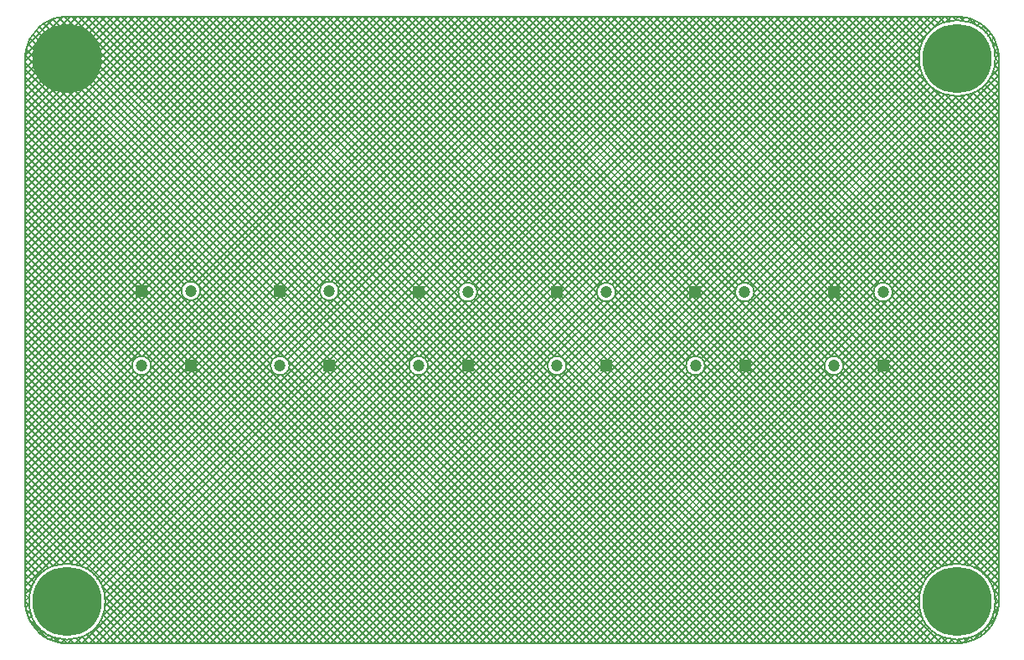
<source format=gbr>
%TF.GenerationSoftware,Altium Limited,Altium Designer,24.0.1 (36)*%
G04 Layer_Physical_Order=2*
G04 Layer_Color=12517376*
%FSLAX45Y45*%
%MOMM*%
%TF.SameCoordinates,FB142892-ABB5-4026-B094-0FDC62B1FA86*%
%TF.FilePolarity,Positive*%
%TF.FileFunction,Copper,L2,Bot,Signal*%
%TF.Part,Single*%
G01*
G75*
%TA.AperFunction,NonConductor*%
%ADD10C,0.20320*%
%TA.AperFunction,ComponentPad*%
%ADD11C,1.20000*%
%ADD12R,1.20000X1.20000*%
%ADD13C,7.00000*%
%ADD14C,1.01600*%
D10*
X9884944Y6000012D02*
G03*
X9884944Y6000012I-385560J0D01*
G01*
X8845860Y3632200D02*
G03*
X8845860Y3632200I-95560J0D01*
G01*
X8348399Y2887980D02*
G03*
X8348399Y2887980I-95560J0D01*
G01*
X6045764Y3632200D02*
G03*
X6045764Y3632200I-95560J0D01*
G01*
X4645716D02*
G03*
X4645716Y3632200I-95560J0D01*
G01*
X7445812D02*
G03*
X7445812Y3632200I-95560J0D01*
G01*
X6948060Y2887980D02*
G03*
X6948060Y2887980I-95560J0D01*
G01*
X5547720D02*
G03*
X5547720Y2887980I-95560J0D01*
G01*
X4147380D02*
G03*
X4147380Y2887980I-95560J0D01*
G01*
X9884944Y500001D02*
G03*
X9884944Y500001I-385560J0D01*
G01*
X3245668Y3644900D02*
G03*
X3245668Y3644900I-95560J0D01*
G01*
X2747040Y2887980D02*
G03*
X2747040Y2887980I-95560J0D01*
G01*
X1845620Y3644900D02*
G03*
X1845620Y3644900I-95560J0D01*
G01*
X1346700Y2887980D02*
G03*
X1346700Y2887980I-95560J0D01*
G01*
X884926Y500001D02*
G03*
X884926Y500001I-385560J0D01*
G01*
X7946528Y6421887D02*
X9921259Y4447155D01*
X7874686Y6421887D02*
X9921259Y4375313D01*
X7802843Y6421887D02*
X9921259Y4303471D01*
X7731001Y6421887D02*
X9921259Y4231629D01*
X7659159Y6421887D02*
X9921259Y4159787D01*
X7587317Y6421887D02*
X9921259Y4087945D01*
X8521265Y6421887D02*
X9921259Y5021892D01*
X8233896Y6421887D02*
X9921259Y4734524D01*
X8162054Y6421887D02*
X9921259Y4662682D01*
X8090212Y6421887D02*
X9921259Y4590840D01*
X8018370Y6421887D02*
X9921259Y4518998D01*
X7156264Y6421887D02*
X9921259Y3656892D01*
X7084422Y6421887D02*
X9921259Y3585050D01*
X7012580Y6421887D02*
X9921259Y3513208D01*
X6940738Y6421887D02*
X9921259Y3441366D01*
X6868896Y6421887D02*
X9921259Y3369524D01*
X6797054Y6421887D02*
X9921259Y3297681D01*
X7515475Y6421887D02*
X9921259Y4016103D01*
X7443633Y6421887D02*
X9921259Y3944261D01*
X7371791Y6421887D02*
X9921259Y3872418D01*
X7299949Y6421887D02*
X9921259Y3800576D01*
X7228106Y6421887D02*
X9921259Y3728734D01*
X6294159Y6421887D02*
X9921259Y2794787D01*
X6222317Y6421887D02*
X9921259Y2722945D01*
X6150475Y6421887D02*
X9921259Y2651102D01*
X5791264Y6421887D02*
X9921259Y2291892D01*
X5719422Y6421887D02*
X9921259Y2220050D01*
X5647580Y6421887D02*
X9921259Y2148208D01*
X6725212Y6421887D02*
X9921259Y3225839D01*
X6653369Y6421887D02*
X9921259Y3153997D01*
X6581527Y6421887D02*
X9921259Y3082155D01*
X6509685Y6421887D02*
X9921259Y3010313D01*
X6366001Y6421887D02*
X9921259Y2866629D01*
X5216527Y6421887D02*
X9921259Y1717155D01*
X5144685Y6421887D02*
X9921259Y1645313D01*
X5072843Y6421887D02*
X9921259Y1573471D01*
X5001001Y6421887D02*
X9921259Y1501628D01*
X4929159Y6421887D02*
X9921259Y1429786D01*
X5575738Y6421887D02*
X9921259Y2076365D01*
X5503896Y6421887D02*
X9921259Y2004523D01*
X5432053Y6421887D02*
X9921259Y1932681D01*
X5360211Y6421887D02*
X9921259Y1860839D01*
X5288369Y6421887D02*
X9921259Y1788997D01*
X9899727Y6135911D02*
X9914040Y6082491D01*
X9921259Y6027663D01*
X9878397Y6070764D02*
X9908986Y6101354D01*
X9884906Y6005431D02*
X9919616Y6040141D01*
X9921259Y6000012D02*
Y6027663D01*
X9878447Y6070494D02*
X9921256Y6027685D01*
X9850913Y6234895D02*
X9878564Y6187001D01*
X9899727Y6135911D01*
X9841589Y6177641D02*
X9868457Y6204508D01*
X9863266Y6127475D02*
X9891518Y6155728D01*
X9839872Y6180911D02*
X9905164Y6115619D01*
X9840766Y5820806D02*
X9921259Y5740314D01*
X9813416Y5776314D02*
X9921259Y5668472D01*
X9781105Y5736783D02*
X9921259Y5596629D01*
X9744033Y5702013D02*
X9921259Y5524787D01*
X9702137Y5672067D02*
X9921259Y5452945D01*
X9655077Y5647285D02*
X9921259Y5381103D01*
X9884866Y5992233D02*
X9921259Y5955840D01*
X9878015Y5927242D02*
X9921259Y5883998D01*
X9877884Y5926568D02*
X9921259Y5969942D01*
X9862639Y5870775D02*
X9921259Y5812156D01*
X9837041Y5813882D02*
X9921259Y5898100D01*
X8449423Y6421887D02*
X9921259Y4950050D01*
X8377580Y6421887D02*
X9921259Y4878208D01*
X8305738Y6421887D02*
X9921259Y4806366D01*
X8808660Y3707869D02*
X9921259Y4820468D01*
X8839392Y3666759D02*
X9921259Y4748626D01*
X8756507Y3727558D02*
X9921259Y4892310D01*
X9602127Y5628393D02*
X9921259Y5309261D01*
X9382350Y5632644D02*
X9921259Y5093735D01*
X9541877Y5616801D02*
X9921259Y5237419D01*
X9471364Y5615471D02*
X9921259Y5165577D01*
X8842230Y3658289D02*
X9921259Y2579260D01*
X8836893Y3591784D02*
X9921259Y2507418D01*
X6935333Y2840332D02*
X9921259Y5826258D01*
X8803809Y3553026D02*
X9921259Y2435576D01*
X8748333Y3536660D02*
X9921259Y2363734D01*
X8837429Y3592954D02*
X9921259Y4676784D01*
X8291630Y2975313D02*
X9921259Y4604942D01*
X6437843Y6421887D02*
X9921259Y2938471D01*
X8348398Y2888397D02*
X9921259Y4461258D01*
X8331049Y2942889D02*
X9921259Y4533100D01*
X9383370Y6421887D02*
X9426614Y6378643D01*
X9385844Y6368475D02*
X9439256Y6421887D01*
X9311528D02*
X9370147Y6363267D01*
X9527035Y6421887D02*
X9581863Y6414668D01*
X9473943Y6384732D02*
X9511098Y6421887D01*
X9455212D02*
X9491605Y6385493D01*
X9096002Y6421887D02*
X9236155Y6281733D01*
X9024159Y6421887D02*
X9201385Y6244661D01*
X8952317Y6421887D02*
X9171439Y6202765D01*
X9239686Y6421887D02*
X9320178Y6341394D01*
X9167844Y6421887D02*
X9275687Y6314044D01*
X8736791Y6421887D02*
X9116173Y6042505D01*
X8664949Y6421887D02*
X9114844Y5971992D01*
X6038800Y3668010D02*
X8792677Y6421887D01*
X8880475D02*
X9146657Y6155705D01*
X8808633Y6421887D02*
X9127765Y6102754D01*
X8593107Y6421887D02*
X9132016Y5882978D01*
X5954757Y3727652D02*
X8648992Y6421887D01*
X6006790D02*
X8709884Y3718793D01*
X5934948Y6421887D02*
X8671126Y3685709D01*
X6078632Y6421887D02*
X8776389Y3724130D01*
X6007572Y3708624D02*
X8720834Y6421887D01*
X4583762Y3721656D02*
X7283992Y6421887D01*
X4569948D02*
X7287535Y3704299D01*
X4498106Y6421887D02*
X7259101Y3660892D01*
X4641790Y6421887D02*
X7336860Y3726817D01*
X4645426Y3639637D02*
X7427676Y6421887D01*
X4625248Y3691301D02*
X7355834Y6421887D01*
X3276800D02*
X5973915Y3724772D01*
X3213506Y3716401D02*
X5918992Y6421887D01*
X3204958D02*
X5908611Y3718233D01*
X4508435Y3718171D02*
X7212150Y6421887D01*
X3241561Y3672614D02*
X5990834Y6421887D01*
X4713632D02*
X8182670Y2952849D01*
X4141713Y2920397D02*
X7643203Y6421887D01*
X4136102Y2842944D02*
X7715045Y6421887D01*
X5863106D02*
X8654760Y3630233D01*
X4785474Y6421887D02*
X8227297Y2980063D01*
X4426264Y6421887D02*
X7275576Y3572575D01*
X3420484Y6421887D02*
X6859056Y2983315D01*
X3348642Y6421887D02*
X6801644Y2968884D01*
X4111825Y2962351D02*
X7571361Y6421887D01*
X4060753Y2983122D02*
X7499518Y6421887D01*
X9656738Y6352001D02*
X9684645Y6379908D01*
X9686374Y6379192D02*
X9734268Y6351541D01*
X9635283Y6400354D02*
X9686374Y6379192D01*
X9734268Y6351541D02*
X9778141Y6317875D01*
X9745348Y6296926D02*
X9771439Y6323018D01*
X9703617Y6327037D02*
X9730370Y6353791D01*
X9581863Y6414668D02*
X9635283Y6400354D01*
X9544031Y6382978D02*
X9576436Y6415383D01*
X9527057Y6421884D02*
X9569866Y6379075D01*
X9614991Y6405792D02*
X9680283Y6340500D01*
X9604002Y6371107D02*
X9633680Y6400784D01*
X9778141Y6317875D02*
X9817246Y6278771D01*
X9782262Y6261998D02*
X9808140Y6287876D01*
X9763566Y6329059D02*
X9828432Y6264193D01*
X9817246Y6278771D02*
X9850913Y6234895D01*
X9814411Y6222305D02*
X9840531Y6248425D01*
X7445636Y3638003D02*
X9428632Y5620999D01*
X7444869Y3618808D02*
X8158787Y2904890D01*
X7426108Y3690317D02*
X9371921Y5636130D01*
X8223352Y2978877D02*
X8789546Y3545071D01*
X7311780Y3719674D02*
X9277091Y5684985D01*
X5529887Y2943570D02*
X9008203Y6421887D01*
X5490142Y2975667D02*
X8936361Y6421887D01*
X7385120Y3721172D02*
X9321755Y5657807D01*
X6913146Y2961829D02*
X9572828Y5621511D01*
X6862491Y2983016D02*
X9493965Y5614490D01*
X6038649Y3596017D02*
X8864519Y6421887D01*
X5420923Y2978290D02*
X5986387Y3543755D01*
X6042776Y3655911D02*
X6767344Y2931342D01*
X6942698Y2919539D02*
X9685514Y5662355D01*
X5547707Y2889548D02*
X9080045Y6421887D01*
X6036237Y3590607D02*
X6759108Y2867736D01*
X3245447Y3651397D02*
X3966275Y2930569D01*
X4644547Y3617297D02*
X5357936Y2903908D01*
X3230991Y3594011D02*
X3958767Y2866235D01*
X6041022Y78126D02*
X9921259Y3958363D01*
X6112865Y78126D02*
X9921259Y3886521D01*
X5969180Y78126D02*
X9921259Y4030205D01*
X6256549Y78126D02*
X9921259Y3742836D01*
X6328391Y78126D02*
X9921259Y3670994D01*
X6184707Y78126D02*
X9921259Y3814678D01*
X7422351Y3569483D02*
X9921259Y1070576D01*
Y500001D02*
Y6000012D01*
X5897338Y78126D02*
X9921259Y4102047D01*
X7378944Y3541049D02*
X9921259Y998734D01*
X7290627Y3557524D02*
X9921259Y926891D01*
X6831286Y78126D02*
X9921259Y3168099D01*
X6903128Y78126D02*
X9921259Y3096257D01*
X6759444Y78126D02*
X9921259Y3239941D01*
X7046812Y78126D02*
X9921259Y2952573D01*
X7118654Y78126D02*
X9921259Y2880731D01*
X6974970Y78126D02*
X9921259Y3024415D01*
X6472075Y78126D02*
X9921259Y3527310D01*
X6543917Y78126D02*
X9921259Y3455468D01*
X6400233Y78126D02*
X9921259Y3599152D01*
X6687602Y78126D02*
X9921259Y3311784D01*
X6615759Y78126D02*
X9921259Y3383626D01*
X4316812Y78126D02*
X9921259Y5682574D01*
X4388654Y78126D02*
X9921259Y5610731D01*
X4244969Y78126D02*
X9921259Y5754416D01*
X4532338Y78126D02*
X9921259Y5467047D01*
X4604180Y78126D02*
X9921259Y5395205D01*
X4460496Y78126D02*
X9921259Y5538889D01*
X4857316Y6421887D02*
X9921259Y1357944D01*
X4354422Y6421887D02*
X9921259Y855049D01*
X4282579Y6421887D02*
X9921259Y783207D01*
X4210737Y6421887D02*
X9921259Y711365D01*
X4138895Y6421887D02*
X9921259Y639523D01*
X5609970Y78126D02*
X9921259Y4389415D01*
X5681812Y78126D02*
X9921259Y4317573D01*
X5035233Y78126D02*
X9921259Y4964152D01*
X5825496Y78126D02*
X9921259Y4173889D01*
X5753654Y78126D02*
X9921259Y4245731D01*
X4747864Y78126D02*
X9921259Y5251521D01*
X4819706Y78126D02*
X9921259Y5179679D01*
X4676022Y78126D02*
X9921259Y5323363D01*
X4963391Y78126D02*
X9921259Y5035994D01*
X4891549Y78126D02*
X9921259Y5107837D01*
X9722716Y814293D02*
X9921259Y1012836D01*
X9762290Y782024D02*
X9921259Y940994D01*
X9317143Y839773D02*
X9921259Y1443888D01*
X9827090Y703140D02*
X9921259Y797309D01*
X9851919Y656128D02*
X9921259Y725467D01*
X9797101Y744993D02*
X9921259Y869151D01*
X9506549Y885495D02*
X9921259Y1300204D01*
X9571629Y878732D02*
X9921259Y1228362D01*
X9428133Y878920D02*
X9921259Y1372046D01*
X9678180Y841599D02*
X9921259Y1084678D01*
X9628159Y863420D02*
X9921259Y1156520D01*
X9882533Y543057D02*
X9921259Y581783D01*
X9883476Y533622D02*
X9921259Y495839D01*
X8483655Y78126D02*
X9921259Y1515731D01*
Y472350D02*
Y500001D01*
X9914040Y417521D02*
X9921259Y472350D01*
X9883973Y472655D02*
X9921259Y509941D01*
X9870867Y603233D02*
X9921259Y653625D01*
X9883084Y462172D02*
X9915633Y429622D01*
X9864213Y624727D02*
X9921259Y567681D01*
X9899727Y364102D02*
X9914040Y417521D01*
X9867043Y383883D02*
X9916066Y432906D01*
X7406023Y78126D02*
X9921259Y2593362D01*
X7477865Y78126D02*
X9921259Y2521520D01*
X7334181Y78126D02*
X9921259Y2665204D01*
X7621549Y78126D02*
X9921259Y2377836D01*
X7693391Y78126D02*
X9921259Y2305994D01*
X7549707Y78126D02*
X9921259Y2449678D01*
X8344923Y2862438D02*
X9921259Y1286102D01*
X8317708Y2817810D02*
X9921259Y1214260D01*
X7190496Y78126D02*
X9921259Y2808889D01*
X8269749Y2793928D02*
X9921259Y1142418D01*
X7262339Y78126D02*
X9921259Y2737047D01*
X8196286Y78126D02*
X9921259Y1803099D01*
X8268128Y78126D02*
X9921259Y1731257D01*
X8124444Y78126D02*
X9921259Y1874941D01*
X8411812Y78126D02*
X9921259Y1587573D01*
X8339970Y78126D02*
X9921259Y1659415D01*
X7837076Y78126D02*
X9921259Y2162310D01*
X7908918Y78126D02*
X9921259Y2090467D01*
X7765233Y78126D02*
X9921259Y2234152D01*
X8052602Y78126D02*
X9921259Y1946783D01*
X7980760Y78126D02*
X9921259Y2018625D01*
X6002671Y3552331D02*
X9119208Y435794D01*
X5946446Y3536714D02*
X9153487Y329673D01*
X4067053Y6421887D02*
X9624110Y864830D01*
X6947834Y2894537D02*
X9159793Y682578D01*
X6933404Y2837125D02*
X9137500Y633029D01*
X6895862Y2802825D02*
X9121607Y577079D01*
X4132272Y2836413D02*
X6890559Y78126D01*
X4147232Y2893296D02*
X6962402Y78126D01*
X4029443D02*
X6778650Y2827333D01*
X4101285Y78126D02*
X6820940Y2797782D01*
X4094409Y2802435D02*
X6818717Y78126D01*
X5178917D02*
X8674631Y3573840D01*
X5250759Y78126D02*
X8715741Y3543108D01*
X5107075Y78126D02*
X8654942Y3625993D01*
X5516427Y2817259D02*
X8255560Y78126D01*
X5543989Y2861539D02*
X8327402Y78126D01*
X5466285D02*
X8197930Y2809771D01*
X4621442Y3568560D02*
X8111876Y78126D01*
X5322601D02*
X8161943Y2917468D01*
X4577519Y3540641D02*
X8040033Y78126D01*
X5394443D02*
X8165506Y2849189D01*
X4173127Y78126D02*
X6900147Y2805146D01*
X3779685Y6421887D02*
X9347281Y854291D01*
X3707842Y6421887D02*
X9299828Y829901D01*
X3636000Y6421887D02*
X9257577Y800310D01*
X3995211Y6421887D02*
X9533005Y884092D01*
X3923369Y6421887D02*
X9461555Y883701D01*
X3851527Y6421887D02*
X9400696Y872717D01*
X3564168Y6421887D02*
X9220168Y765887D01*
X3492326Y6421887D02*
X9187512Y726700D01*
X3167338Y78126D02*
X9114664Y6025453D01*
X3239180Y78126D02*
X9116418Y5955365D01*
X3193434Y3559726D02*
X6675033Y78126D01*
X3382864D02*
X9147395Y5842658D01*
X3454706Y78126D02*
X9172359Y5795779D01*
X3311022Y78126D02*
X9128289Y5895394D01*
X3598390Y78126D02*
X9237398Y5717134D01*
X3526548Y78126D02*
X9202470Y5754048D01*
X3742075Y78126D02*
X7261280Y3597332D01*
X3813917Y78126D02*
X7292135Y3556344D01*
X3670232Y78126D02*
X7262778Y3670672D01*
X3957601Y78126D02*
X6757463Y2877988D01*
X3885759Y78126D02*
X7344449Y3536816D01*
X9872100Y401313D02*
X9901752Y371661D01*
X9878564Y313011D02*
X9899727Y364102D01*
X9853674Y347897D02*
X9881492Y320079D01*
X9829284Y300445D02*
X9855927Y273802D01*
X9850913Y265117D02*
X9878564Y313011D01*
X9817248Y221244D02*
X9850913Y265117D01*
X9799693Y258194D02*
X9825669Y232218D01*
X9778143Y182139D02*
X9817248Y221244D01*
X9765270Y220785D02*
X9791029Y195026D01*
X9734268Y148472D02*
X9778143Y182139D01*
X9726083Y188129D02*
X9752076Y162137D01*
X9681961Y160410D02*
X9708675Y133696D01*
X9686374Y120821D02*
X9734268Y148472D01*
X9668362Y113360D02*
X9886025Y331023D01*
X9635283Y99658D02*
X9686374Y120821D01*
X9632412Y138117D02*
X9660447Y110082D01*
X9576462Y122224D02*
X9606690Y91997D01*
X9566479Y83319D02*
X9615502Y132342D01*
X9512191Y114654D02*
X9546196Y80649D01*
X9581863Y85345D02*
X9635283Y99658D01*
X9527036Y78126D02*
X9581863Y85345D01*
X8627339Y78126D02*
X9120465Y571252D01*
X8555497Y78126D02*
X9159612Y682242D01*
X8842865Y78126D02*
X9135965Y371226D01*
X8914707Y78126D02*
X9157787Y321206D01*
X8771023Y78126D02*
X9120653Y427756D01*
X6832256Y2794589D02*
X9114037Y512807D01*
X5468087Y2793757D02*
X8183718Y78126D01*
X4030075Y2794927D02*
X6746875Y78126D01*
X8699181D02*
X9113891Y492836D01*
X5538128Y78126D02*
X8252422Y2792421D01*
X9345760Y78126D02*
X9396152Y128518D01*
X9435177Y119825D02*
X9476876Y78126D01*
X9329057Y154104D02*
X9405034Y78126D01*
X9489444D02*
X9526730Y115412D01*
X9417602Y78126D02*
X9456328Y116852D01*
X9058392Y78126D02*
X9217361Y237096D01*
X9130234Y78126D02*
X9254392Y202284D01*
X8986549Y78126D02*
X9185092Y276669D01*
X9273918Y78126D02*
X9343257Y147466D01*
X9202076Y78126D02*
X9296245Y172295D01*
X2618434Y2977644D02*
X6062676Y6421887D01*
X2688647Y2976016D02*
X6134518Y6421887D01*
X618641D02*
X4057136Y2983392D01*
X2728719Y2944246D02*
X6206360Y6421887D01*
X2747002Y2890686D02*
X6278202Y6421887D01*
X471715D02*
X9527035D01*
X474957D02*
X3156605Y3740239D01*
X77491Y3238545D02*
X3260833Y6421887D01*
X77491Y3310387D02*
X3188991Y6421887D01*
X546799D02*
X4000253Y2968433D01*
X77491Y3094860D02*
X3404517Y6421887D01*
X857740Y642214D02*
X6637413Y6421887D01*
X874867Y587498D02*
X6709255Y6421887D01*
X834435Y690751D02*
X6565571Y6421887D01*
X884121Y524910D02*
X6781097Y6421887D01*
X881762Y450710D02*
X6852939Y6421887D01*
X855738Y352844D02*
X6924781Y6421887D01*
X734060Y805902D02*
X6350044Y6421887D01*
X772315Y772315D02*
X6421887Y6421887D01*
X77491Y2448281D02*
X4051097Y6421887D01*
X805818Y733975D02*
X6493729Y6421887D01*
X772315Y772315D02*
X6421887Y6421887D01*
X77491Y3454071D02*
X3045307Y6421887D01*
X77491Y3382229D02*
X3117149Y6421887D01*
X77491Y3525913D02*
X2973465Y6421887D01*
X77491Y3023018D02*
X3476360Y6421887D01*
X77491Y2951176D02*
X3548202Y6421887D01*
X77491Y3166703D02*
X3332675Y6421887D01*
X77491Y3813282D02*
X2686096Y6421887D01*
X77491Y3741440D02*
X2757938Y6421887D01*
X77491Y3885124D02*
X2614254Y6421887D01*
X77491Y3597755D02*
X2901623Y6421887D01*
X77491Y3669597D02*
X2829780Y6421887D01*
X77491Y2376439D02*
X4122939Y6421887D01*
X77491Y2304597D02*
X4194781Y6421887D01*
X77491Y2520123D02*
X3979254Y6421887D01*
X77491Y2160913D02*
X4338465Y6421887D01*
X77491Y2232755D02*
X4266623Y6421887D01*
X77491Y2807492D02*
X3691886Y6421887D01*
X77491Y2735650D02*
X3763728Y6421887D01*
X77491Y2879334D02*
X3620044Y6421887D01*
X77491Y2591966D02*
X3907412Y6421887D01*
X77491Y2663808D02*
X3835570Y6421887D01*
X1839957D02*
X4535253Y3726591D01*
X1845564Y3641617D02*
X4625834Y6421887D01*
X1829747Y3697642D02*
X4553991Y6421887D01*
X3164615Y3739352D02*
X5847150Y6421887D01*
X3133116D02*
X5870335Y3684667D01*
X3061274Y6421887D02*
X5854718Y3628442D01*
X1725732Y3737312D02*
X4410307Y6421887D01*
X1791345Y3731082D02*
X4482149Y6421887D01*
X1696273D02*
X4458597Y3659563D01*
X1768115Y6421887D02*
X4486516Y3703486D01*
X1310499Y2962868D02*
X4769518Y6421887D01*
X1340722Y2921249D02*
X4841360Y6421887D01*
X1259005Y2983216D02*
X4697676Y6421887D01*
X1983642D02*
X5425719Y2979809D01*
X1911800Y6421887D02*
X5381439Y2952247D01*
X1336663Y2845348D02*
X4913202Y6421887D01*
X1841811Y3618190D02*
X2557093Y2902908D01*
X587892Y875261D02*
X2563444Y2850812D01*
X690924Y834608D02*
X2648774Y2792458D01*
X642487Y858014D02*
X2595214Y2810741D01*
X77491Y1442492D02*
X5056886Y6421887D01*
X77491Y1370650D02*
X5128728Y6421887D01*
X77491Y1514334D02*
X4985044Y6421887D01*
X77491Y1226965D02*
X5272413Y6421887D01*
X77491Y1155123D02*
X5344255Y6421887D01*
X77491Y1298807D02*
X5200570Y6421887D01*
X411718Y6413283D02*
X3099219Y3725783D01*
X355928Y6397232D02*
X3064934Y3688226D01*
X305877Y6375440D02*
X3056732Y3624585D01*
X77491Y5454352D02*
X2580208Y2951636D01*
X77491Y5526194D02*
X2624140Y2979546D01*
X77491Y939597D02*
X5559781Y6421887D01*
X77491Y867755D02*
X5631623Y6421887D01*
X77491Y1011439D02*
X5487939Y6421887D01*
X77491Y724070D02*
X5775307Y6421887D01*
X77491Y795913D02*
X5703465Y6421887D01*
X354359Y857254D02*
X3078607Y3581502D01*
X77491Y652228D02*
X3055656Y3630393D01*
X77491Y1083281D02*
X5416097Y6421887D01*
X525466Y884677D02*
X2561816Y2921026D01*
X451529Y882582D02*
X3122394Y3553447D01*
X416886Y6414668D02*
X471715Y6421887D01*
X363467Y6400354D02*
X416886Y6414668D01*
X98236Y6132975D02*
X366403Y6401141D01*
X312376Y6379192D02*
X363467Y6400354D01*
X264482Y6351541D02*
X312376Y6379192D01*
X220607Y6317874D02*
X264482Y6351541D01*
X181502Y6278769D02*
X220607Y6317874D01*
X147837Y6234895D02*
X181502Y6278769D01*
X120186Y6187002D02*
X147837Y6234895D01*
X99023Y6135911D02*
X120186Y6187002D01*
X84710Y6082491D02*
X99023Y6135911D01*
X77491Y5393808D02*
X1105570Y6421887D01*
X77491Y5250124D02*
X1249254Y6421887D01*
X77491Y5465650D02*
X1033727Y6421887D01*
X77491Y5106440D02*
X1392938Y6421887D01*
X77491Y4028808D02*
X2470570Y6421887D01*
X77491Y5178282D02*
X1321096Y6421887D01*
X77491Y5824861D02*
X674517Y6421887D01*
X77491Y5537493D02*
X961885Y6421887D01*
X77491Y5896703D02*
X602675Y6421887D01*
X79420Y6042317D02*
X457061Y6419957D01*
X77491Y6000012D02*
Y6027664D01*
Y5034598D02*
X1464780Y6421887D01*
X77491Y4962756D02*
X1536622Y6421887D01*
X77491Y5321966D02*
X1177412Y6421887D01*
X77491Y4819071D02*
X1680307Y6421887D01*
X77491Y4747229D02*
X1752149Y6421887D01*
X77491Y4890914D02*
X1608464Y6421887D01*
X77491Y5753019D02*
X746359Y6421887D01*
X77491Y5681177D02*
X818201Y6421887D01*
X77491Y5968545D02*
X530833Y6421887D01*
X77491Y6027664D02*
X84710Y6082491D01*
X77491Y5609335D02*
X890043Y6421887D01*
X77491Y4244334D02*
X2255043Y6421887D01*
X77491Y4172492D02*
X2326886Y6421887D01*
X77491Y4316177D02*
X2183201Y6421887D01*
X77491Y3956966D02*
X2542412Y6421887D01*
X77491Y4100650D02*
X2398728Y6421887D01*
X77491Y4603545D02*
X1895833Y6421887D01*
X77491Y4531703D02*
X1967675Y6421887D01*
X77491Y4675387D02*
X1823991Y6421887D01*
X77491Y4388019D02*
X2111359Y6421887D01*
X77491Y4459861D02*
X2039517Y6421887D01*
X77491Y1215667D02*
X416588Y876570D01*
X77491Y1071983D02*
X312322Y837152D01*
X77491Y1000140D02*
X268689Y808943D01*
X77491Y1143825D02*
X361317Y860000D01*
X77491Y856456D02*
X195994Y737954D01*
X77491Y784614D02*
X166883Y695223D01*
X77491Y928298D02*
X229964Y775825D01*
X77491Y640930D02*
X125236Y593185D01*
X77491Y712772D02*
X143026Y647237D01*
X94313Y381681D02*
X124106Y411475D01*
X84609Y418286D02*
X138404Y364491D01*
X77491Y580386D02*
X142113Y645008D01*
X113537Y329063D02*
X141354Y356880D01*
X138172Y281857D02*
X164759Y308443D01*
X99023Y364102D02*
X120186Y313011D01*
X77491Y508544D02*
X116785Y547838D01*
X77491Y472349D02*
Y500001D01*
Y569088D02*
X115093Y531486D01*
X84710Y417522D02*
X99023Y364102D01*
X81638Y440849D02*
X114690Y473901D01*
X77491Y5310668D02*
X1679174Y3708985D01*
X77491Y2089071D02*
X1657648Y3669228D01*
X77491Y5382510D02*
X1723350Y3736651D01*
X77491Y1945387D02*
X1697318Y3565213D01*
X77491Y1873544D02*
X1753343Y3549396D01*
X77491Y2017229D02*
X1663878Y3603615D01*
X77491Y4161194D02*
X1255233Y2983453D01*
X77491Y4089352D02*
X1198867Y2967976D01*
X77491Y5238826D02*
X1655787Y3660530D01*
X77491Y3945667D02*
X1158459Y2864700D01*
X77491Y4017510D02*
X1165212Y2929789D01*
X77491Y1729860D02*
X1176252Y2828621D01*
X77491Y1586176D02*
X1293772Y2802457D01*
X77491Y1801702D02*
X1155904Y2880115D01*
X77491Y1431193D02*
X656674Y852011D01*
X77491Y1658018D02*
X1217871Y2798398D01*
X77491Y1287509D02*
X479929Y885071D01*
X77491Y1359351D02*
X555370Y881472D01*
X77491Y500001D02*
Y6000012D01*
Y472349D02*
X84710Y417522D01*
X77491Y497246D02*
X116023Y458714D01*
X2233390Y78126D02*
X8577150Y6421887D01*
X2271010D02*
X8614770Y78126D01*
X2199168Y6421887D02*
X8542928Y78126D01*
X2414694Y6421887D02*
X8758455Y78126D01*
X2486537Y6421887D02*
X8830297Y78126D01*
X2342852Y6421887D02*
X8686613Y78126D01*
X2055484Y6421887D02*
X8399244Y78126D01*
X2089706D02*
X8433466Y6421887D01*
X2017864Y78126D02*
X8361624Y6421887D01*
X2161548Y78126D02*
X8505308Y6421887D01*
X2127326D02*
X8471086Y78126D01*
X2879969D02*
X9223729Y6421887D01*
X2917589D02*
X9261350Y78126D01*
X2845747Y6421887D02*
X9189507Y78126D01*
X2989431Y6421887D02*
X9333192Y78126D01*
X3023653D02*
X9367414Y6421887D01*
X2951811Y78126D02*
X9295571Y6421887D01*
X2630221D02*
X8973981Y78126D01*
X2702063Y6421887D02*
X9045823Y78126D01*
X2558379Y6421887D02*
X8902139Y78126D01*
X2808127D02*
X9151887Y6421887D01*
X2773905D02*
X9117665Y78126D01*
X1193378Y6421887D02*
X7537139Y78126D01*
X1265220Y6421887D02*
X7608981Y78126D01*
X834168Y6421887D02*
X7177928Y78126D01*
X1408905Y6421887D02*
X7752665Y78126D01*
X1443127D02*
X7786887Y6421887D01*
X1337063D02*
X7680823Y78126D01*
X690484Y6421887D02*
X7034244Y78126D01*
X724705D02*
X7068466Y6421887D01*
X652863Y78126D02*
X6996624Y6421887D01*
X796548Y78126D02*
X7140308Y6421887D01*
X762326D02*
X7106086Y78126D01*
X1730495D02*
X8074255Y6421887D01*
X1802337Y78126D02*
X8146098Y6421887D01*
X1658653Y78126D02*
X8002413Y6421887D01*
X1946022Y78126D02*
X8289782Y6421887D01*
X1874179Y78126D02*
X8217940Y6421887D01*
X1514969Y78126D02*
X7858729Y6421887D01*
X1552589D02*
X7896349Y78126D01*
X1480747Y6421887D02*
X7824507Y78126D01*
X1624431Y6421887D02*
X7968191Y78126D01*
X1586811D02*
X7930571Y6421887D01*
X977852D02*
X7321612Y78126D01*
X1049694Y6421887D02*
X7393454Y78126D01*
X906010Y6421887D02*
X7249770Y78126D01*
X471714D02*
X9527036D01*
X1121536Y6421887D02*
X7465296Y78126D01*
X260777Y6348698D02*
X6531349Y78126D01*
X1814145Y3574014D02*
X5310033Y78126D01*
X2305232D02*
X5854752Y3627647D01*
X220183Y6317450D02*
X6459507Y78126D01*
X1765690Y3550627D02*
X5238191Y78126D01*
X1083916D02*
X4542719Y3536930D01*
X3095495Y78126D02*
X9130921Y6113552D01*
X3129793Y3551524D02*
X6603191Y78126D01*
X2377074D02*
X5873780Y3574832D01*
X2715136Y2816708D02*
X5453717Y78126D01*
X2743046Y2860640D02*
X5525559Y78126D01*
X2448916D02*
X5914394Y3543604D01*
X2592601Y78126D02*
X5364472Y2849998D01*
X2664443Y78126D02*
X5396569Y2810253D01*
X2520758Y78126D02*
X5361849Y2919217D01*
X2736285Y78126D02*
X5450591Y2792433D01*
X2666408Y2793593D02*
X5381875Y78126D01*
X77491Y5885405D02*
X5884770Y78126D01*
X77491Y5813563D02*
X5812928Y78126D01*
X77491Y5957247D02*
X5956612Y78126D01*
X77491Y5669878D02*
X5669243Y78126D01*
X77491Y5598036D02*
X5597401Y78126D01*
X77491Y5741721D02*
X5741086Y78126D01*
X77491Y4951457D02*
X4950822Y78126D01*
X77491Y4879615D02*
X4878980Y78126D01*
X77491Y5023299D02*
X5022664Y78126D01*
X77491Y4735931D02*
X4735296Y78126D01*
X77491Y4807773D02*
X4807138Y78126D01*
X152707Y6241242D02*
X6315823Y78126D01*
X184262Y6281529D02*
X6387665Y78126D01*
X125647Y6196460D02*
X6243980Y78126D01*
X103513Y6146751D02*
X6172138Y78126D01*
X87081Y6091342D02*
X6100296Y78126D01*
X77491Y5095141D02*
X5094506Y78126D01*
X77657Y6028923D02*
X6028454Y78126D01*
X77491Y5166984D02*
X5166349Y78126D01*
X77491Y4592247D02*
X4591612Y78126D01*
X77491Y4664089D02*
X4663454Y78126D01*
X77491Y2868036D02*
X2867401Y78126D01*
X77491Y2796194D02*
X2795559Y78126D01*
X77491Y2939878D02*
X2939243Y78126D01*
X77491Y2652509D02*
X2651874Y78126D01*
X77491Y2580667D02*
X2580032Y78126D01*
X77491Y2724351D02*
X2723716Y78126D01*
X77491Y2436983D02*
X2436348Y78126D01*
X77491Y2365141D02*
X2364506Y78126D01*
X77491Y2508825D02*
X2508190Y78126D01*
X77491Y2221457D02*
X2220822Y78126D01*
X77491Y2293299D02*
X2292664Y78126D01*
X940232D02*
X4460700Y3598594D01*
X1012074Y78126D02*
X4491055Y3557108D01*
X868390Y78126D02*
X4464185Y3673921D01*
X1346612Y2892073D02*
X4160559Y78126D01*
X1371285D02*
X4096856Y2803698D01*
X1331136Y2835707D02*
X4088717Y78126D01*
X1227600D02*
X3977448Y2827975D01*
X1292949Y2802052D02*
X4016875Y78126D01*
X1155758D02*
X3956678Y2879046D01*
X1299442Y78126D02*
X4019402Y2798086D01*
X1227860Y2795299D02*
X3945032Y78126D01*
X77491Y4448562D02*
X4447927Y78126D01*
X77491Y4376720D02*
X4376085Y78126D01*
X77491Y4520404D02*
X4519769Y78126D01*
X77491Y4233036D02*
X4232401Y78126D01*
X77491Y3873825D02*
X3873190Y78126D01*
X77491Y4304878D02*
X4304243Y78126D01*
X77491Y3730141D02*
X3729506Y78126D01*
X77491Y3658299D02*
X3657664Y78126D01*
X77491Y3801983D02*
X3801348Y78126D01*
X77491Y2077772D02*
X2077137Y78126D01*
X77491Y2149614D02*
X2148979Y78126D01*
X77491Y3514615D02*
X3513980Y78126D01*
X77491Y3442773D02*
X3442138Y78126D01*
X77491Y3586457D02*
X3585822Y78126D01*
X77491Y3299088D02*
X3298453Y78126D01*
X77491Y3370931D02*
X3370296Y78126D01*
X77491Y3155404D02*
X3154769Y78126D01*
X77491Y3083562D02*
X3082927Y78126D01*
X77491Y3227246D02*
X3226611Y78126D01*
X77491Y2005930D02*
X2005295Y78126D01*
X77491Y3011720D02*
X3011085Y78126D01*
X592550Y125871D02*
X640295Y78126D01*
X646602Y143661D02*
X712137Y78126D01*
X581021D02*
X646523Y143629D01*
X509179Y78126D02*
X548658Y117605D01*
X530851Y115728D02*
X568453Y78126D01*
X458079Y116658D02*
X496611Y78126D01*
X382048Y94680D02*
X411869Y124500D01*
X441336Y82126D02*
X474457Y115246D01*
X363856Y139039D02*
X417651Y85244D01*
X416887Y85345D02*
X471714Y78126D01*
X363467Y99658D02*
X416887Y85345D01*
X880837Y556005D02*
X1358716Y78126D01*
X884436Y480564D02*
X1286874Y78126D01*
X851376Y657309D02*
X1430558Y78126D01*
X875935Y417223D02*
X1215032Y78126D01*
X859365Y361952D02*
X1143190Y78126D01*
X808308Y269324D02*
X999505Y78126D01*
X836517Y312957D02*
X1071348Y78126D01*
X775190Y230599D02*
X927663Y78126D01*
X737319Y196629D02*
X855821Y78126D01*
X694588Y167518D02*
X783979Y78126D01*
X201373Y201373D02*
X227052Y227052D01*
X239491Y167649D02*
X265392Y193550D01*
X123115Y307938D02*
X307303Y123749D01*
X282027Y138343D02*
X308616Y164932D01*
X264482Y148472D02*
X312376Y120821D01*
X220609Y182137D02*
X264482Y148472D01*
X167565Y239407D02*
X193465Y265307D01*
X147837Y265117D02*
X181504Y221242D01*
X120186Y313011D02*
X147837Y265117D01*
X201373Y201373D02*
X227052Y227052D01*
X181504Y221242D02*
X220609Y182137D01*
X77491Y1862246D02*
X1861611Y78126D01*
X77491Y1790404D02*
X1789769Y78126D01*
X77491Y1934088D02*
X1933453Y78126D01*
X77491Y1646720D02*
X1646085Y78126D01*
X77491Y1718562D02*
X1717927Y78126D01*
X77491Y1503035D02*
X1502400Y78126D01*
X77491Y1574877D02*
X1574242Y78126D01*
X329326Y113800D02*
X357153Y141627D01*
X312376Y120821D02*
X363467Y99658D01*
D11*
X8252839Y2887980D02*
D03*
X6852499D02*
D03*
X5452160D02*
D03*
X4051820D02*
D03*
X2651480D02*
D03*
X1251140D02*
D03*
X1750060Y3644900D02*
D03*
X3150108D02*
D03*
X4550156Y3632200D02*
D03*
X5950204D02*
D03*
X7350252D02*
D03*
X8750300D02*
D03*
D12*
X8752839Y2887980D02*
D03*
X7352499D02*
D03*
X5952160D02*
D03*
X4551820D02*
D03*
X3151480D02*
D03*
X1751140D02*
D03*
X1250060Y3644900D02*
D03*
X2650108D02*
D03*
X4050156Y3632200D02*
D03*
X5450204D02*
D03*
X6850252D02*
D03*
X8250300D02*
D03*
D13*
X499366Y500001D02*
D03*
Y6000012D02*
D03*
X9499384Y500001D02*
D03*
Y6000012D02*
D03*
D14*
X230126Y500001D02*
D03*
X364746Y266832D02*
D03*
X633986D02*
D03*
X768606Y500001D02*
D03*
X633986Y733170D02*
D03*
X364746D02*
D03*
X230126Y6000012D02*
D03*
X364746Y5766843D02*
D03*
X633986D02*
D03*
X768606Y6000012D02*
D03*
X633986Y6233181D02*
D03*
X364746D02*
D03*
X9230144Y500001D02*
D03*
X9364764Y266832D02*
D03*
X9634004D02*
D03*
X9768624Y500001D02*
D03*
X9634004Y733170D02*
D03*
X9364764D02*
D03*
X9230144Y6000012D02*
D03*
X9364764Y5766843D02*
D03*
X9634004D02*
D03*
X9768624Y6000012D02*
D03*
X9634004Y6233181D02*
D03*
X9364764D02*
D03*
%TF.MD5,4c2981a73636b177af2834ba3c5a9d79*%
M02*

</source>
